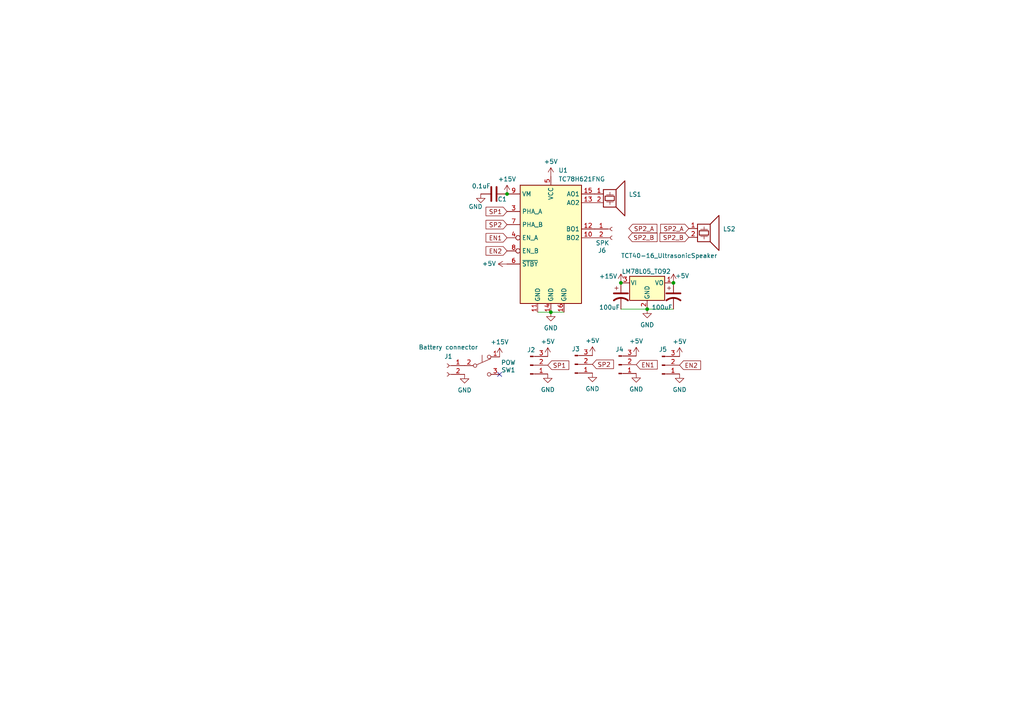
<source format=kicad_sch>
(kicad_sch (version 20230121) (generator eeschema)
  (paper "A4")
  (lib_symbols
    (symbol "Connector:Conn_01x02_Socket" (pin_names (offset 1.016) hide)
      (property "Reference" "J" (at 0 2.54 0))
      (property "Value" "Conn_01x02_Socket" (at 0 -5.08 0))
      (symbol "Conn_01x02_Socket_1_1"
        (arc (start 0 -2.032) (mid -0.5058 -2.54) (end 0 -3.048) (stroke (width 0.1524)))
        (polyline (pts (xy -1.27 -2.54) (xy -0.508 -2.54)) (stroke (width 0.1524)))
        (polyline (pts (xy -1.27 0) (xy -0.508 0)) (stroke (width 0.1524)))
        (arc (start 0 0.508) (mid -0.5058 0) (end 0 -0.508) (stroke (width 0.1524)))
        (pin passive line (at -5.08 0 0) (length 3.81) (name "Pin_1") (number "1"))
        (pin passive line (at -5.08 -2.54 0) (length 3.81) (name "Pin_2") (number "2"))
      )
    )
    (symbol "Connector:Conn_01x03_Pin" (pin_names (offset 1.016) hide)
      (property "Reference" "J" (at 0 5.08 0))
      (property "Value" "Conn_01x03_Pin" (at 0 -5.08 0))
      (symbol "Conn_01x03_Pin_1_1"
        (polyline (pts (xy 1.27 -2.54) (xy 0.8636 -2.54)) (stroke (width 0.1524)))
        (polyline (pts (xy 1.27 0) (xy 0.8636 0)) (stroke (width 0.1524)))
        (polyline (pts (xy 1.27 2.54) (xy 0.8636 2.54)) (stroke (width 0.1524)))
        (rectangle (start 0.8636 -2.413) (end 0 -2.667) (stroke (width 0.1524)) (fill (type outline)))
        (rectangle (start 0.8636 0.127) (end 0 -0.127) (stroke (width 0.1524)) (fill (type outline)))
        (rectangle (start 0.8636 2.667) (end 0 2.413) (stroke (width 0.1524)) (fill (type outline)))
        (pin passive line (at 5.08 2.54 180) (length 3.81) (name "Pin_1") (number "1"))
        (pin passive line (at 5.08 0 180) (length 3.81) (name "Pin_2") (number "2"))
        (pin passive line (at 5.08 -2.54 180) (length 3.81) (name "Pin_3") (number "3"))
      )
    )
    (symbol "Device:C" (pin_numbers hide) (pin_names (offset 0.254))
      (property "Reference" "C" (at 0.635 2.54 0))
      (property "Value" "C" (at 0.635 -2.54 0))
      (symbol "C_0_1"
        (polyline (pts (xy -2.032 -0.762) (xy 2.032 -0.762)) (stroke (width 0.508)))
        (polyline (pts (xy -2.032 0.762) (xy 2.032 0.762)) (stroke (width 0.508)))
      )
      (symbol "C_1_1"
        (pin passive line (at 0 3.81 270) (length 2.794) (name "~") (number "1"))
        (pin passive line (at 0 -3.81 90) (length 2.794) (name "~") (number "2"))
      )
    )
    (symbol "Device:C_Polarized_US" (pin_numbers hide) (pin_names (offset 0.254) hide)
      (property "Reference" "C" (at 0.635 2.54 0))
      (property "Value" "C_Polarized_US" (at 0.635 -2.54 0))
      (symbol "C_Polarized_US_0_1"
        (polyline (pts (xy -2.032 0.762) (xy 2.032 0.762)) (stroke (width 0.508)))
        (polyline (pts (xy -1.778 2.286) (xy -0.762 2.286)))
        (polyline (pts (xy -1.27 1.778) (xy -1.27 2.794)))
        (arc (start 2.032 -1.27) (mid 0 -0.5572) (end -2.032 -1.27) (stroke (width 0.508)))
      )
      (symbol "C_Polarized_US_1_1"
        (pin passive line (at 0 3.81 270) (length 2.794) (name "~") (number "1"))
        (pin passive line (at 0 -3.81 90) (length 3.302) (name "~") (number "2"))
      )
    )
    (symbol "Device:Speaker_Ultrasound" (pin_names (offset 0) hide)
      (property "Reference" "LS" (at 0.635 5.715 0))
      (property "Value" "Speaker_Ultrasound" (at 0.635 3.81 0))
      (symbol "Speaker_Ultrasound_0_0"
        (rectangle (start -2.54 1.27) (end 1.143 -3.81) (stroke (width 0.254)))
        (rectangle (start -2.032 -0.635) (end 0.635 -1.905) (stroke (width 0.254)))
        (polyline (pts (xy -1.651 -2.286) (xy 0.381 -2.286)))
        (polyline (pts (xy -1.651 -0.254) (xy 0.381 -0.254)))
        (polyline (pts (xy -0.635 -2.286) (xy -0.635 -3.048)))
        (polyline (pts (xy -0.635 -0.254) (xy -0.635 0.508)))
        (polyline (pts (xy 1.143 1.27) (xy 3.683 3.81) (xy 3.683 -6.35) (xy 1.143 -3.81)) (stroke (width 0.254)))
      )
      (symbol "Speaker_Ultrasound_1_1"
        (pin input line (at -5.08 0 0) (length 2.54) (name "1") (number "1"))
        (pin input line (at -5.08 -2.54 0) (length 2.54) (name "2") (number "2"))
      )
    )
    (symbol "NE555P_2"
      (property "Reference" "U1" (at 2.1941 11.938 0))
      (property "Value" "TC78H621FNG" (at 2.1941 9.398 0))
      (symbol "NE555P_2_0_1"
        (rectangle (start -8.89 7.62) (end 8.89 -26.67) (stroke (width 0.254)) (fill (type background)))
      )
      (symbol "NE555P_2_1_0"
        (pin power_in line (at -3.81 -29.21 90) (length 2.54) (name "GND") (number "11"))
        (pin power_in line (at 0 -29.21 90) (length 2.54) (name "GND") (number "14"))
        (pin power_in line (at 3.81 -29.21 90) (length 2.54) (name "GND") (number "16"))
        (pin power_in line (at 0 10.16 270) (length 2.54) (name "VCC") (number "5"))
      )
      (symbol "NE555P_2_1_1"
        (pin no_connect line (at 12.7 -12.7 180) (length 3.81) hide (name "NC") (number "1"))
        (pin input line (at 12.7 -7.62 180) (length 3.81) (name "BO2") (number "10"))
        (pin output line (at 12.7 -5.08 180) (length 3.81) (name "BO1") (number "12"))
        (pin input line (at 12.7 2.54 180) (length 3.81) (name "AO2") (number "13"))
        (pin output line (at 12.7 5.08 180) (length 3.81) (name "AO1") (number "15"))
        (pin no_connect line (at 12.7 -15.24 180) (length 3.81) hide (name "NC") (number "2"))
        (pin input line (at -12.7 0 0) (length 3.81) (name "PHA_A") (number "3"))
        (pin input inverted (at -12.7 -7.62 0) (length 3.81) (name "EN_A") (number "4"))
        (pin input line (at -12.7 -15.24 0) (length 3.81) (name "~{STBY}") (number "6"))
        (pin input line (at -12.7 -3.81 0) (length 3.81) (name "PHA_B") (number "7"))
        (pin input inverted (at -12.7 -11.43 0) (length 3.81) (name "EN_B") (number "8"))
        (pin input line (at -12.7 5.08 0) (length 3.81) (name "VM") (number "9"))
      )
    )
    (symbol "Regulator_Linear:LM78L05_TO92" (pin_names (offset 0.254))
      (property "Reference" "U" (at -3.81 3.175 0))
      (property "Value" "LM78L05_TO92" (at 0 3.175 0))
      (symbol "LM78L05_TO92_0_1"
        (rectangle (start -5.08 -5.08) (end 5.08 1.905) (stroke (width 0.254)) (fill (type background)))
      )
      (symbol "LM78L05_TO92_1_1"
        (pin power_out line (at 7.62 0 180) (length 2.54) (name "VO") (number "1"))
        (pin power_in line (at 0 -7.62 90) (length 2.54) (name "GND") (number "2"))
        (pin power_in line (at -7.62 0 0) (length 2.54) (name "VI") (number "3"))
      )
    )
    (symbol "Switch:SW_Push_SPDT" (pin_names (offset 0) hide)
      (property "Reference" "SW" (at 0 4.318 0))
      (property "Value" "SW_Push_SPDT" (at 0 -5.08 0))
      (symbol "SW_Push_SPDT_0_0"
        (circle (center -2.032 0) (radius 0.508))
        (polyline (pts (xy 0 1.016) (xy 0 3.048)))
        (circle (center 2.032 -2.54) (radius 0.508))
      )
      (symbol "SW_Push_SPDT_0_1"
        (polyline (pts (xy -1.524 0.254) (xy 2.54 2.032)))
        (circle (center 2.032 2.54) (radius 0.508))
      )
      (symbol "SW_Push_SPDT_1_1"
        (pin passive line (at 5.08 2.54 180) (length 2.54) (name "A") (number "1"))
        (pin passive line (at -5.08 0 0) (length 2.54) (name "B") (number "2"))
        (pin passive line (at 5.08 -2.54 180) (length 2.54) (name "C") (number "3"))
      )
    )
    (symbol "power:+15V" (power) (pin_names (offset 0))
      (property "Value" "+15V" (at 0 3.556 0))
      (symbol "+15V_0_1"
        (polyline (pts (xy -0.762 1.27) (xy 0 2.54)))
        (polyline (pts (xy 0 0) (xy 0 2.54)))
        (polyline (pts (xy 0 2.54) (xy 0.762 1.27)))
      )
      (symbol "+15V_1_1"
        (pin power_in line (at 0 0 90) (length 0) hide (name "+15V") (number "1"))
      )
    )
    (symbol "power:+5V" (power) (pin_names (offset 0))
      (property "Value" "+5V" (at 0 3.556 0))
      (symbol "+5V_0_1"
        (polyline (pts (xy -0.762 1.27) (xy 0 2.54)))
        (polyline (pts (xy 0 0) (xy 0 2.54)))
        (polyline (pts (xy 0 2.54) (xy 0.762 1.27)))
      )
      (symbol "+5V_1_1"
        (pin power_in line (at 0 0 90) (length 0) hide (name "+5V") (number "1"))
      )
    )
    (symbol "power:GND" (power) (pin_names (offset 0))
      (property "Value" "GND" (at 0 -3.81 0))
      (symbol "GND_0_1"
        (polyline (pts (xy 0 0) (xy 0 -1.27) (xy 1.27 -1.27) (xy 0 -2.54) (xy -1.27 -1.27) (xy 0 -1.27)))
      )
      (symbol "GND_1_1"
        (pin power_in line (at 0 0 270) (length 0) hide (name "GND") (number "1"))
      )
    )
  )
  (junction (at 147.066 56.261))
  (junction (at 180.086 82.042))
  (junction (at 187.706 89.662))
  (junction (at 159.766 90.551))
  (junction (at 195.326 82.042))
  (no_connect (at 144.907 108.585))
  (wire (pts (xy 159.766 90.551) (xy 163.576 90.551)))
  (wire (pts (xy 180.086 89.662) (xy 187.706 89.662)))
  (wire (pts (xy 187.706 89.662) (xy 195.326 89.662)))
  (wire (pts (xy 155.956 90.551) (xy 159.766 90.551)))
  (global_label "SP2_A" (shape input) (at 199.771 66.294 180) (property "Intersheetrefs" "${INTERSHEET_REFS}" (effects hide)))
  (global_label "SP2_B" (shape input) (at 199.771 68.834 180) (property "Intersheetrefs" "${INTERSHEET_REFS}" (effects hide)))
  (global_label "EN2" (shape input) (at 197.104 105.918 0) (property "Intersheetrefs" "${INTERSHEET_REFS}" (effects hide)))
  (global_label "EN1" (shape input) (at 184.531 105.791 0) (property "Intersheetrefs" "${INTERSHEET_REFS}" (effects hide)))
  (global_label "SP2_B" (shape input) (at 182.245 68.834 0) (property "Intersheetrefs" "${INTERSHEET_REFS}" (effects hide)))
  (global_label "EN1" (shape input) (at 147.066 68.961 180) (property "Intersheetrefs" "${INTERSHEET_REFS}" (effects hide)))
  (global_label "SP2" (shape input) (at 147.066 65.151 180) (property "Intersheetrefs" "${INTERSHEET_REFS}" (effects hide)))
  (global_label "EN2" (shape input) (at 147.066 72.771 180) (property "Intersheetrefs" "${INTERSHEET_REFS}" (effects hide)))
  (global_label "SP1" (shape input) (at 147.066 61.341 180) (property "Intersheetrefs" "${INTERSHEET_REFS}" (effects hide)))
  (global_label "SP1" (shape input) (at 158.877 105.918 0) (property "Intersheetrefs" "${INTERSHEET_REFS}" (effects hide)))
  (global_label "SP2" (shape input) (at 171.831 105.664 0) (property "Intersheetrefs" "${INTERSHEET_REFS}" (effects hide)))
  (global_label "SP2_A" (shape input) (at 182.372 66.294 0) (property "Intersheetrefs" "${INTERSHEET_REFS}" (effects hide)))
  (symbol (lib_id "power:GND") (at 171.831 108.204 0) (unit 1)
    (property "Reference" "#PWR014" (effects hide))
    (property "Value" "GND" (at 171.831 112.776 0))
  )
  (symbol (lib_id "power:GND") (at 134.747 108.585 0) (unit 1)
    (property "Reference" "#PWR04" (effects hide))
    (property "Value" "GND" (at 134.747 113.157 0))
  )
  (symbol (lib_id "power:GND") (at 184.531 108.331 0) (unit 1)
    (property "Reference" "#PWR016" (effects hide))
    (property "Value" "GND" (at 184.531 112.903 0))
  )
  (symbol (lib_id "Device:C_Polarized_US") (at 180.086 85.852 0) (unit 1)
    (property "Reference" "C2" (effects hide))
    (property "Value" "100uF" (at 176.784 89.154 0))
    (property "Footprint" "Capacitor_SMD:C_1210_3225Metric_Pad1.33x2.70mm_HandSolder" (effects hide))
  )
  (symbol (lib_id "power:+5V") (at 147.066 76.581 90) (unit 1)
    (property "Reference" "#PWR06" (effects hide))
    (property "Value" "+5V" (at 143.891 76.454 90) (effects (justify left)))
  )
  (symbol (lib_id "power:+15V") (at 147.066 56.261 0) (unit 1)
    (property "Reference" "#PWR07" (effects hide))
    (property "Value" "+15V" (at 147.066 51.943 0))
  )
  (symbol (lib_id "power:+5V") (at 197.104 103.378 0) (unit 1)
    (property "Reference" "#PWR017" (effects hide))
    (property "Value" "+5V" (at 197.104 99.06 0))
  )
  (symbol (lib_id "power:+15V") (at 144.907 103.505 0) (unit 1)
    (property "Reference" "#PWR020" (effects hide))
    (property "Value" "+15V" (at 144.907 99.187 0))
  )
  (symbol (lib_id "power:+5V") (at 184.531 103.251 0) (unit 1)
    (property "Reference" "#PWR015" (effects hide))
    (property "Value" "+5V" (at 184.531 98.933 0))
  )
  (symbol (lib_id "Device:C") (at 143.256 56.261 90) (unit 1)
    (property "Reference" "C1" (at 145.669 57.785 90))
    (property "Value" "0.1uF" (at 139.573 53.975 90))
  )
  (symbol (lib_id "Regulator_Linear:LM78L05_TO92") (at 187.706 82.042 0) (unit 1)
    (property "Reference" "U2" (effects hide))
    (property "Value" "LM78L05_TO92" (at 187.452 78.74 0))
    (property "Footprint" "Package_TO_SOT_THT:TO-92_Inline" (effects hide))
    (property "Datasheet" "https://www.onsemi.com/pub/Collateral/MC78L06A-D.pdf" (effects hide))
  )
  (symbol (lib_id "power:GND") (at 197.104 108.458 0) (unit 1)
    (property "Reference" "#PWR02" (effects hide))
    (property "Value" "GND" (at 197.104 113.03 0))
  )
  (symbol (lib_id "power:+5V") (at 158.877 103.378 0) (unit 1)
    (property "Reference" "#PWR012" (effects hide))
    (property "Value" "+5V" (at 158.877 99.06 0))
  )
  (symbol (lib_id "power:GND") (at 187.706 89.662 0) (unit 1)
    (property "Reference" "#PWR03" (effects hide))
    (property "Value" "GND" (at 187.706 94.234 0))
  )
  (symbol (lib_name "NE555P_2") (lib_id "Timer:NE555P") (at 159.766 61.341 0) (unit 1)
    (property "Reference" "U1" (at 161.9601 49.403 0) (effects (justify left)))
    (property "Value" "TC78H621FNG" (at 161.9601 51.943 0) (effects (justify left)))
  )
  (symbol (lib_id "power:+5V") (at 159.766 51.181 0) (unit 1)
    (property "Reference" "#PWR09" (effects hide))
    (property "Value" "+5V" (at 159.766 46.863 0))
  )
  (symbol (lib_id "power:GND") (at 159.766 90.551 0) (unit 1)
    (property "Reference" "#PWR010" (effects hide))
    (property "Value" "GND" (at 159.766 95.123 0))
  )
  (symbol (lib_id "power:GND") (at 139.446 56.261 0) (unit 1)
    (property "Reference" "#PWR05" (effects hide))
    (property "Value" "GND" (at 137.922 59.944 0))
  )
  (symbol (lib_id "power:+5V") (at 195.326 82.042 0) (mirror y) (unit 1)
    (property "Reference" "#PWR08" (effects hide))
    (property "Value" "+5V" (at 197.866 80.01 0))
  )
  (symbol (lib_id "Device:C_Polarized_US") (at 195.326 85.852 0) (unit 1)
    (property "Reference" "C3" (effects hide))
    (property "Value" "100uF" (at 192.024 89.154 0))
    (property "Footprint" "Capacitor_SMD:C_1210_3225Metric_Pad1.33x2.70mm_HandSolder" (effects hide))
  )
  (symbol (lib_id "power:+5V") (at 171.831 103.124 0) (unit 1)
    (property "Reference" "#PWR013" (effects hide))
    (property "Value" "+5V" (at 171.831 98.806 0))
  )
  (symbol (lib_id "Device:Speaker_Ultrasound") (at 177.546 56.261 0) (unit 1)
    (property "Reference" "LS1" (at 182.372 56.388 0) (effects (justify left)))
    (property "Value" "TCT40-16_UltrasonicSpeaker" (effects hide))
  )
  (symbol (lib_id "Connector:Conn_01x03_Pin") (at 166.751 105.664 0) (mirror x) (unit 1)
    (property "Reference" "J3" (at 167.005 101.219 0))
    (property "Value" "SP2" (effects hide))
  )
  (symbol (lib_id "power:+15V") (at 180.086 82.042 0) (unit 1)
    (property "Reference" "#PWR01" (effects hide))
    (property "Value" "+15V" (at 176.403 80.137 0))
  )
  (symbol (lib_id "Connector:Conn_01x03_Pin") (at 192.024 105.918 0) (mirror x) (unit 1)
    (property "Reference" "J5" (at 192.278 101.346 0))
    (property "Value" "EN2" (effects hide))
  )
  (symbol (lib_id "power:GND") (at 158.877 108.458 0) (unit 1)
    (property "Reference" "#PWR011" (effects hide))
    (property "Value" "GND" (at 158.877 113.03 0))
  )
  (symbol (lib_id "Connector:Conn_01x03_Pin") (at 179.451 105.791 0) (mirror x) (unit 1)
    (property "Reference" "J4" (at 179.705 101.346 0))
    (property "Value" "EN1" (effects hide))
  )
  (symbol (lib_id "Switch:SW_Push_SPDT") (at 139.827 106.045 0) (unit 1)
    (property "Reference" "SW1" (at 147.447 107.315 0))
    (property "Value" "POW" (at 147.447 105.156 0))
  )
  (symbol (lib_id "Device:Speaker_Ultrasound") (at 204.851 66.294 0) (unit 1)
    (property "Reference" "LS2" (at 209.677 66.421 0) (effects (justify left)))
    (property "Value" "TCT40-16_UltrasonicSpeaker" (at 180.086 74.168 0) (effects (justify left)))
  )
  (symbol (lib_id "Connector:Conn_01x02_Socket") (at 129.667 106.045 0) (mirror y) (unit 1)
    (property "Reference" "J1" (at 130.048 103.378 0))
    (property "Value" "Battery connector" (at 130.048 100.711 0))
  )
  (symbol (lib_id "Connector:Conn_01x02_Socket") (at 177.546 66.421 0) (unit 1)
    (property "Reference" "J6" (at 174.625 72.644 0))
    (property "Value" "SPK" (at 174.752 70.485 0))
  )
  (symbol (lib_id "Connector:Conn_01x03_Pin") (at 153.797 105.918 0) (mirror x) (unit 1)
    (property "Reference" "J2" (at 154.051 101.473 0))
    (property "Value" "SP1" (effects hide))
  )
)
</source>
